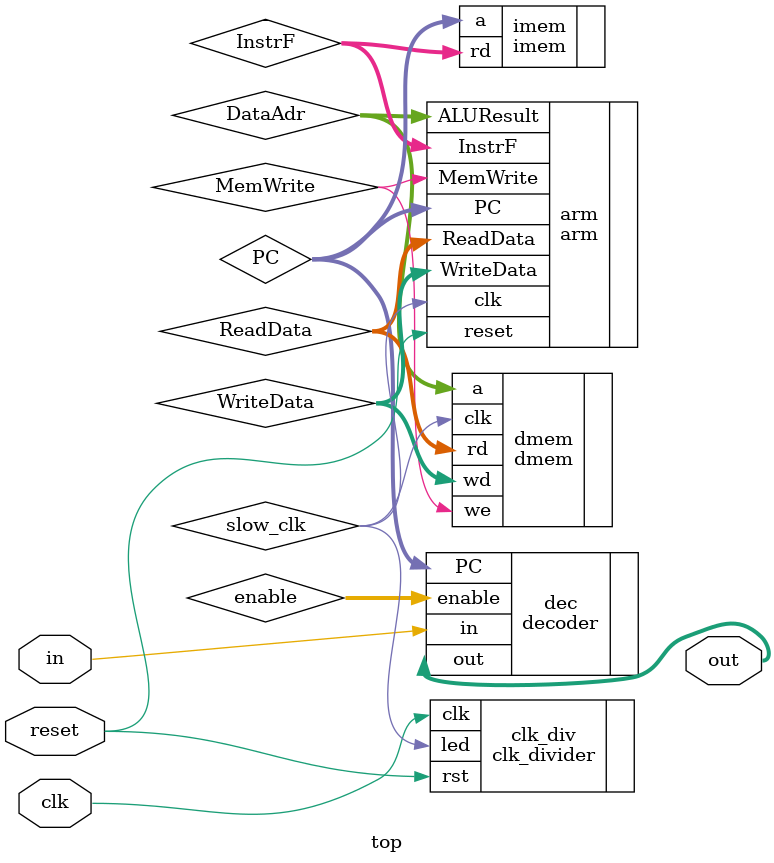
<source format=v>
module top (
	clk,
	reset,
	in,//
	out
);
	input wire clk;//
	input wire reset;
	input wire in;
	 wire [31:0] WriteData;
	 wire [31:0] DataAdr;
	 wire MemWrite;
	 wire [31:0] PC;//
	 wire [3:0] enable;//
	output wire [27:0] out;
	wire [31:0] InstrF;
	wire [31:0] ReadData;
	
	wire slow_clk; // Reloj dividido (salida del clk_divider)
	
	
	clk_divider clk_div(
        .clk(clk),
        .rst(reset),
        .led(slow_clk)
    );
	
	arm arm(
		.clk(slow_clk),
		.reset(reset),
		.PC(PC),
		.InstrF(InstrF),
		.MemWrite(MemWrite),
		.ALUResult(DataAdr),
		.WriteData(WriteData),
		.ReadData(ReadData)
	);
	imem imem(
		.a(PC),
		.rd(InstrF)
	);
	dmem dmem(
		.clk(slow_clk),
		.we(MemWrite),
		.a(DataAdr),
		.wd(WriteData),
		.rd(ReadData)
	);
	
    decoder dec(
        .out(out),
        .enable(enable),
        .in(in),
        .PC(PC)
    );
	
endmodule
</source>
